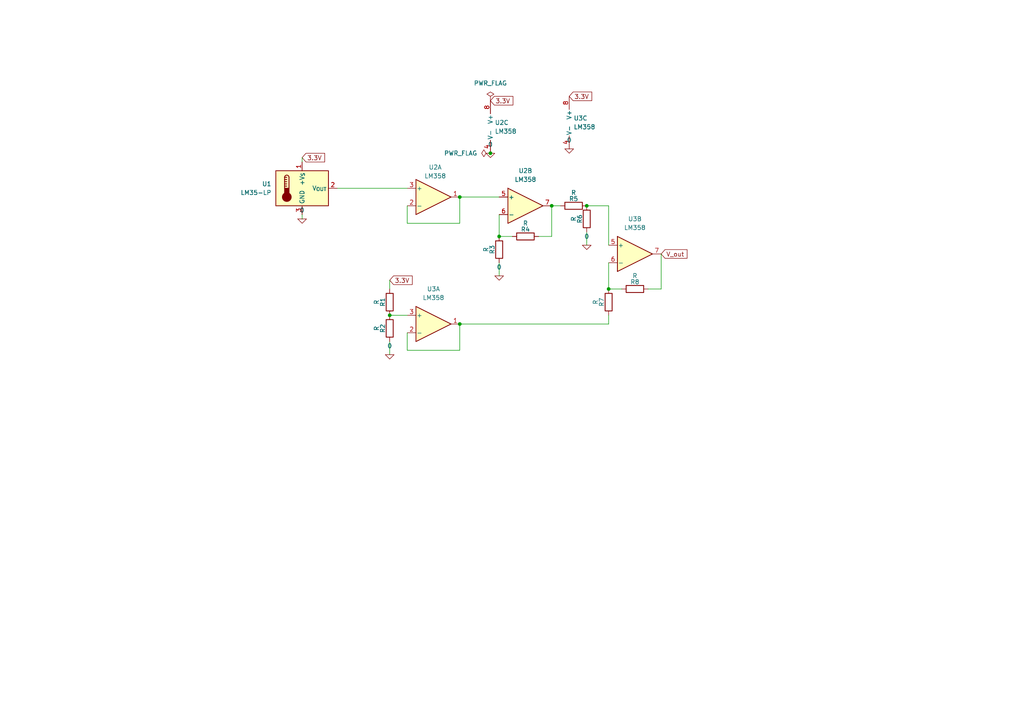
<source format=kicad_sch>
(kicad_sch (version 20231120) (generator "eeschema") (generator_version "8.0")
  (paper "A4")
  (lib_symbols
    (symbol "Amplifier_Operational:LM358" (pin_names (offset 0.127))
      (property "Reference" "U" (at 0 5.08 0))
      (property "Value" "LM358" (at 0 -5.08 0))
      (symbol "LM358_1_1"
        (polyline (pts (xy -5.08 5.08) (xy 5.08 0) (xy -5.08 -5.08) (xy -5.08 5.08)) (stroke (width 0.254)) (fill (type background)))
        (pin output line (at 7.62 0 180) (length 2.54) (name "~") (number "1"))
        (pin input line (at -7.62 -2.54 0) (length 2.54) (name "-") (number "2"))
        (pin input line (at -7.62 2.54 0) (length 2.54) (name "+") (number "3"))
      )
      (symbol "LM358_2_1"
        (polyline (pts (xy -5.08 5.08) (xy 5.08 0) (xy -5.08 -5.08) (xy -5.08 5.08)) (stroke (width 0.254)) (fill (type background)))
        (pin input line (at -7.62 2.54 0) (length 2.54) (name "+") (number "5"))
        (pin input line (at -7.62 -2.54 0) (length 2.54) (name "-") (number "6"))
        (pin output line (at 7.62 0 180) (length 2.54) (name "~") (number "7"))
      )
      (symbol "LM358_3_1"
        (pin power_in line (at -2.54 -7.62 90) (length 3.81) (name "V-") (number "4"))
        (pin power_in line (at -2.54 7.62 270) (length 3.81) (name "V+") (number "8"))
      )
    )
    (symbol "Device:R" (pin_numbers hide) (pin_names (offset 0))
      (property "Reference" "R" (at 2.032 0 90))
      (property "Value" "R" (at 0 0 90))
      (symbol "R_0_1"
        (rectangle (start -1.016 -2.54) (end 1.016 2.54) (stroke (width 0.254)))
      )
      (symbol "R_1_1"
        (pin passive line (at 0 3.81 270) (length 1.27) (name "~") (number "1"))
        (pin passive line (at 0 -3.81 90) (length 1.27) (name "~") (number "2"))
      )
    )
    (symbol "Sensor_Temperature:LM35-LP"
      (property "Reference" "U" (at -6.35 6.35 0))
      (property "Value" "LM35-LP" (at 1.27 6.35 0))
      (symbol "LM35-LP_0_1"
        (rectangle (start -7.62 5.08) (end 7.62 -5.08) (stroke (width 0.254)) (fill (type background)))
        (circle (center -4.445 -2.54) (radius 1.27) (stroke (width 0.254)) (fill (type outline)))
        (rectangle (start -3.81 -1.905) (end -5.08 0) (stroke (width 0.254)) (fill (type outline)))
        (arc (start -3.81 3.175) (mid -4.445 3.8073) (end -5.08 3.175) (stroke (width 0.254)))
        (polyline (pts (xy -5.08 0.635) (xy -4.445 0.635)) (stroke (width 0.254)))
        (polyline (pts (xy -5.08 1.27) (xy -4.445 1.27)) (stroke (width 0.254)))
        (polyline (pts (xy -5.08 1.905) (xy -4.445 1.905)) (stroke (width 0.254)))
        (polyline (pts (xy -5.08 2.54) (xy -4.445 2.54)) (stroke (width 0.254)))
        (polyline (pts (xy -5.08 3.175) (xy -5.08 0)) (stroke (width 0.254)))
        (polyline (pts (xy -5.08 3.175) (xy -4.445 3.175)) (stroke (width 0.254)))
        (polyline (pts (xy -3.81 3.175) (xy -3.81 0)) (stroke (width 0.254)))
      )
      (symbol "LM35-LP_1_1"
        (pin power_in line (at 0 7.62 270) (length 2.54) (name "+V_{S}") (number "1"))
        (pin output line (at 10.16 0 180) (length 2.54) (name "V_{OUT}") (number "2"))
        (pin power_in line (at 0 -7.62 90) (length 2.54) (name "GND") (number "3"))
      )
    )
    (symbol "Simulation_SPICE:0" (power) (pin_numbers hide) (pin_names (offset 0) hide)
      (property "Value" "0" (at 0 -2.54 0))
      (symbol "0_0_1"
        (polyline (pts (xy -1.27 0) (xy 0 -1.27) (xy 1.27 0) (xy -1.27 0)))
      )
      (symbol "0_1_1"
        (pin power_in line (at 0 0 0) (length 0) (name "~") (number "1"))
      )
    )
    (symbol "power:PWR_FLAG" (power) (pin_numbers hide) (pin_names (offset 0) hide)
      (property "Value" "PWR_FLAG" (at 0 3.81 0))
      (symbol "PWR_FLAG_0_0"
        (pin power_out line (at 0 0 90) (length 0) (name "~") (number "1"))
      )
      (symbol "PWR_FLAG_0_1"
        (polyline (pts (xy 0 0) (xy 0 1.27) (xy -1.016 1.905) (xy 0 2.54) (xy 1.016 1.905) (xy 0 1.27)))
      )
    )
  )
  (junction (at 170.18 59.69))
  (junction (at 113.03 91.44))
  (junction (at 144.78 68.58))
  (junction (at 133.35 57.15))
  (junction (at 142.24 44.45))
  (junction (at 133.35 93.98))
  (junction (at 176.53 83.82))
  (junction (at 160.02 59.69))
  (wire (pts (xy 170.18 59.69) (xy 176.53 59.69)))
  (wire (pts (xy 118.11 64.77) (xy 133.35 64.77)))
  (wire (pts (xy 133.35 57.15) (xy 144.78 57.15)))
  (wire (pts (xy 176.53 91.44) (xy 176.53 93.98)))
  (wire (pts (xy 170.18 71.12) (xy 170.18 67.31)))
  (wire (pts (xy 113.03 102.87) (xy 113.03 99.06)))
  (wire (pts (xy 176.53 59.69) (xy 176.53 71.12)))
  (wire (pts (xy 118.11 101.6) (xy 133.35 101.6)))
  (wire (pts (xy 118.11 96.52) (xy 118.11 101.6)))
  (wire (pts (xy 133.35 64.77) (xy 133.35 57.15)))
  (wire (pts (xy 97.79 54.61) (xy 118.11 54.61)))
  (wire (pts (xy 87.63 45.72) (xy 87.63 46.99)))
  (wire (pts (xy 180.34 83.82) (xy 176.53 83.82)))
  (wire (pts (xy 144.78 80.01) (xy 144.78 76.2)))
  (wire (pts (xy 160.02 68.58) (xy 160.02 59.69)))
  (wire (pts (xy 113.03 81.28) (xy 113.03 83.82)))
  (wire (pts (xy 87.63 62.23) (xy 87.63 63.5)))
  (wire (pts (xy 133.35 93.98) (xy 176.53 93.98)))
  (wire (pts (xy 191.77 73.66) (xy 191.77 83.82)))
  (wire (pts (xy 156.21 68.58) (xy 160.02 68.58)))
  (wire (pts (xy 144.78 68.58) (xy 148.59 68.58)))
  (wire (pts (xy 133.35 101.6) (xy 133.35 93.98)))
  (wire (pts (xy 160.02 59.69) (xy 162.56 59.69)))
  (wire (pts (xy 187.96 83.82) (xy 191.77 83.82)))
  (wire (pts (xy 113.03 91.44) (xy 118.11 91.44)))
  (wire (pts (xy 144.78 62.23) (xy 144.78 68.58)))
  (wire (pts (xy 176.53 83.82) (xy 176.53 76.2)))
  (wire (pts (xy 118.11 59.69) (xy 118.11 64.77)))
  (global_label "3.3V" (shape input) (at 87.63 45.72 0) (property "Intersheetrefs" "${INTERSHEET_REFS}" (effects (hide yes))))
  (global_label "3.3V" (shape input) (at 113.03 81.28 0) (property "Intersheetrefs" "${INTERSHEET_REFS}" (effects (hide yes))))
  (global_label "3.3V" (shape input) (at 165.1 27.94 0) (property "Intersheetrefs" "${INTERSHEET_REFS}" (effects (hide yes))))
  (global_label "3.3V" (shape input) (at 142.24 29.21 0) (property "Intersheetrefs" "${INTERSHEET_REFS}" (effects (hide yes))))
  (global_label "V_out" (shape input) (at 191.77 73.66 0) (property "Intersheetrefs" "${INTERSHEET_REFS}" (effects (hide yes))))
  (symbol (lib_id "Device:R") (at 113.03 95.25 180) (unit 1)
    (property "Reference" "R2" (at 110.998 95.25 90))
    (property "Value" "R" (at 109.22 95.25 90))
    (property "Footprint" "Resistor_THT:R_Axial_DIN0207_L6.3mm_D2.5mm_P7.62mm_Horizontal" (effects (hide yes)))
    (property "Description" "Resistor" (effects (hide yes)))
  )
  (symbol (lib_id "Device:R") (at 176.53 87.63 180) (unit 1)
    (property "Reference" "R7" (at 174.498 87.63 90))
    (property "Value" "R" (at 172.72 87.63 90))
    (property "Footprint" "Resistor_THT:R_Axial_DIN0207_L6.3mm_D2.5mm_P7.62mm_Horizontal" (effects (hide yes)))
    (property "Description" "Resistor" (effects (hide yes)))
  )
  (symbol (lib_id "Simulation_SPICE:0") (at 142.24 44.45 0) (unit 1)
    (property "Reference" "#GND01" (effects (hide yes)))
    (property "Value" "0" (at 142.24 41.91 0))
    (property "Datasheet" "https://ngspice.sourceforge.io/docs/ngspice-html-manual/manual.xhtml#subsec_Circuit_elements__device" (effects (hide yes)))
    (property "Description" "0V reference potential for simulation" (effects (hide yes)))
  )
  (symbol (lib_id "Simulation_SPICE:0") (at 170.18 71.12 0) (unit 1)
    (property "Reference" "#GND06" (effects (hide yes)))
    (property "Value" "0" (at 170.18 68.58 0))
    (property "Datasheet" "https://ngspice.sourceforge.io/docs/ngspice-html-manual/manual.xhtml#subsec_Circuit_elements__device" (effects (hide yes)))
    (property "Description" "0V reference potential for simulation" (effects (hide yes)))
  )
  (symbol (lib_id "Simulation_SPICE:0") (at 165.1 43.18 0) (unit 1)
    (property "Reference" "#GND02" (effects (hide yes)))
    (property "Value" "0" (at 165.1 40.64 0))
    (property "Datasheet" "https://ngspice.sourceforge.io/docs/ngspice-html-manual/manual.xhtml#subsec_Circuit_elements__device" (effects (hide yes)))
    (property "Description" "0V reference potential for simulation" (effects (hide yes)))
  )
  (symbol (lib_id "power:PWR_FLAG") (at 142.24 44.45 90) (unit 1)
    (property "Reference" "#FLG02" (effects (hide yes)))
    (property "Value" "PWR_FLAG" (at 138.43 44.4499 90) (effects (justify left)))
    (property "Description" "Special symbol for telling ERC where power comes from" (effects (hide yes)))
  )
  (symbol (lib_id "Simulation_SPICE:0") (at 113.03 102.87 0) (unit 1)
    (property "Reference" "#GND05" (effects (hide yes)))
    (property "Value" "0" (at 113.03 100.33 0))
    (property "Datasheet" "https://ngspice.sourceforge.io/docs/ngspice-html-manual/manual.xhtml#subsec_Circuit_elements__device" (effects (hide yes)))
    (property "Description" "0V reference potential for simulation" (effects (hide yes)))
  )
  (symbol (lib_id "Amplifier_Operational:LM358") (at 184.15 73.66 0) (unit 2)
    (property "Reference" "U3" (at 184.15 63.5 0))
    (property "Value" "LM358" (at 184.15 66.04 0))
    (property "Datasheet" "http://www.ti.com/lit/ds/symlink/lm2904-n.pdf" (effects (hide yes)))
    (property "Description" "Low-Power, Dual Operational Amplifiers, DIP-8/SOIC-8/TO-99-8" (effects (hide yes)))
  )
  (symbol (lib_id "Device:R") (at 144.78 72.39 180) (unit 1)
    (property "Reference" "R3" (at 142.748 72.39 90))
    (property "Value" "R" (at 140.97 72.39 90))
    (property "Footprint" "Resistor_THT:R_Axial_DIN0207_L6.3mm_D2.5mm_P7.62mm_Horizontal" (effects (hide yes)))
    (property "Description" "Resistor" (effects (hide yes)))
  )
  (symbol (lib_id "Amplifier_Operational:LM358") (at 144.78 36.83 0) (unit 3)
    (property "Reference" "U2" (at 143.51 35.5599 0) (effects (justify left)))
    (property "Value" "LM358" (at 143.51 38.0999 0) (effects (justify left)))
    (property "Datasheet" "http://www.ti.com/lit/ds/symlink/lm2904-n.pdf" (effects (hide yes)))
    (property "Description" "Low-Power, Dual Operational Amplifiers, DIP-8/SOIC-8/TO-99-8" (effects (hide yes)))
  )
  (symbol (lib_id "Amplifier_Operational:LM358") (at 167.64 35.56 0) (unit 3)
    (property "Reference" "U3" (at 166.37 34.2899 0) (effects (justify left)))
    (property "Value" "LM358" (at 166.37 36.8299 0) (effects (justify left)))
    (property "Datasheet" "http://www.ti.com/lit/ds/symlink/lm2904-n.pdf" (effects (hide yes)))
    (property "Description" "Low-Power, Dual Operational Amplifiers, DIP-8/SOIC-8/TO-99-8" (effects (hide yes)))
  )
  (symbol (lib_id "Device:R") (at 170.18 63.5 180) (unit 1)
    (property "Reference" "R6" (at 168.148 63.5 90))
    (property "Value" "R" (at 166.37 63.5 90))
    (property "Footprint" "Resistor_THT:R_Axial_DIN0207_L6.3mm_D2.5mm_P7.62mm_Horizontal" (effects (hide yes)))
    (property "Description" "Resistor" (effects (hide yes)))
  )
  (symbol (lib_id "power:PWR_FLAG") (at 142.24 29.21 0) (unit 1)
    (property "Reference" "#FLG01" (effects (hide yes)))
    (property "Value" "PWR_FLAG" (at 142.24 24.13 0))
    (property "Description" "Special symbol for telling ERC where power comes from" (effects (hide yes)))
  )
  (symbol (lib_id "Device:R") (at 166.37 59.69 90) (unit 1)
    (property "Reference" "R5" (at 166.37 57.658 90))
    (property "Value" "R" (at 166.37 55.88 90))
    (property "Footprint" "Resistor_THT:R_Axial_DIN0207_L6.3mm_D2.5mm_P7.62mm_Horizontal" (effects (hide yes)))
    (property "Description" "Resistor" (effects (hide yes)))
  )
  (symbol (lib_id "Device:R") (at 113.03 87.63 180) (unit 1)
    (property "Reference" "R1" (at 110.998 87.63 90))
    (property "Value" "R" (at 109.22 87.63 90))
    (property "Footprint" "Resistor_THT:R_Axial_DIN0207_L6.3mm_D2.5mm_P7.62mm_Horizontal" (effects (hide yes)))
    (property "Description" "Resistor" (effects (hide yes)))
  )
  (symbol (lib_id "Simulation_SPICE:0") (at 144.78 80.01 0) (unit 1)
    (property "Reference" "#GND04" (effects (hide yes)))
    (property "Value" "0" (at 144.78 77.47 0))
    (property "Datasheet" "https://ngspice.sourceforge.io/docs/ngspice-html-manual/manual.xhtml#subsec_Circuit_elements__device" (effects (hide yes)))
    (property "Description" "0V reference potential for simulation" (effects (hide yes)))
  )
  (symbol (lib_id "Amplifier_Operational:LM358") (at 125.73 93.98 0) (unit 1)
    (property "Reference" "U3" (at 125.73 83.82 0))
    (property "Value" "LM358" (at 125.73 86.36 0))
    (property "Footprint" "Package_DIP:DIP-8_W7.62mm" (effects (hide yes)))
    (property "Datasheet" "http://www.ti.com/lit/ds/symlink/lm2904-n.pdf" (effects (hide yes)))
    (property "Description" "Low-Power, Dual Operational Amplifiers, DIP-8/SOIC-8/TO-99-8" (effects (hide yes)))
  )
  (symbol (lib_id "Simulation_SPICE:0") (at 87.63 63.5 0) (unit 1)
    (property "Reference" "#GND03" (effects (hide yes)))
    (property "Value" "0" (at 87.63 60.96 0))
    (property "Datasheet" "https://ngspice.sourceforge.io/docs/ngspice-html-manual/manual.xhtml#subsec_Circuit_elements__device" (effects (hide yes)))
    (property "Description" "0V reference potential for simulation" (effects (hide yes)))
  )
  (symbol (lib_id "Amplifier_Operational:LM358") (at 125.73 57.15 0) (unit 1)
    (property "Reference" "U2" (at 126.238 48.514 0))
    (property "Value" "LM358" (at 126.238 51.054 0))
    (property "Footprint" "Package_DIP:DIP-8_W7.62mm" (effects (hide yes)))
    (property "Datasheet" "http://www.ti.com/lit/ds/symlink/lm2904-n.pdf" (effects (hide yes)))
    (property "Description" "Low-Power, Dual Operational Amplifiers, DIP-8/SOIC-8/TO-99-8" (effects (hide yes)))
  )
  (symbol (lib_id "Sensor_Temperature:LM35-LP") (at 87.63 54.61 0) (unit 1)
    (property "Reference" "U1" (at 78.74 53.3399 0) (effects (justify right)))
    (property "Value" "LM35-LP" (at 78.74 55.8799 0) (effects (justify right)))
    (property "Footprint" "Package_TO_SOT_THT:TO-92_Inline" (effects (hide yes)))
    (property "Datasheet" "http://www.ti.com/lit/ds/symlink/lm35.pdf" (effects (hide yes)))
    (property "Description" "Precision centigrade temperature sensor, TO-92" (effects (hide yes)))
  )
  (symbol (lib_id "Device:R") (at 184.15 83.82 90) (unit 1)
    (property "Reference" "R8" (at 184.15 81.788 90))
    (property "Value" "R" (at 184.15 80.01 90))
    (property "Footprint" "Resistor_THT:R_Axial_DIN0207_L6.3mm_D2.5mm_P7.62mm_Horizontal" (effects (hide yes)))
    (property "Description" "Resistor" (effects (hide yes)))
  )
  (symbol (lib_id "Device:R") (at 152.4 68.58 90) (unit 1)
    (property "Reference" "R4" (at 152.4 66.548 90))
    (property "Value" "R" (at 152.4 64.77 90))
    (property "Footprint" "Resistor_THT:R_Axial_DIN0207_L6.3mm_D2.5mm_P7.62mm_Horizontal" (effects (hide yes)))
    (property "Description" "Resistor" (effects (hide yes)))
  )
  (symbol (lib_id "Amplifier_Operational:LM358") (at 152.4 59.69 0) (unit 2)
    (property "Reference" "U2" (at 152.4 49.53 0))
    (property "Value" "LM358" (at 152.4 52.07 0))
    (property "Datasheet" "http://www.ti.com/lit/ds/symlink/lm2904-n.pdf" (effects (hide yes)))
    (property "Description" "Low-Power, Dual Operational Amplifiers, DIP-8/SOIC-8/TO-99-8" (effects (hide yes)))
  )
)
</source>
